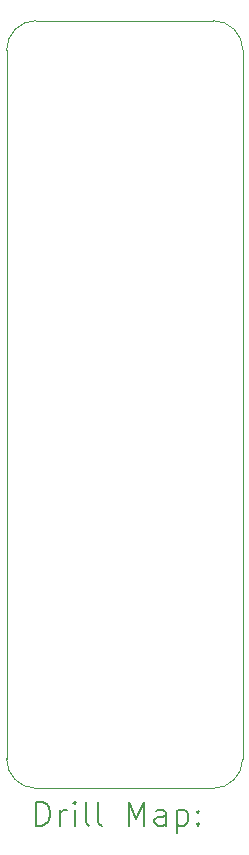
<source format=gbr>
%TF.GenerationSoftware,KiCad,Pcbnew,6.0.9+dfsg-1~bpo11+1*%
%TF.CreationDate,2022-12-01T10:00:25+01:00*%
%TF.ProjectId,019-tayloe-quadrature-product-detector,3031392d-7461-4796-9c6f-652d71756164,1*%
%TF.SameCoordinates,Original*%
%TF.FileFunction,Drillmap*%
%TF.FilePolarity,Positive*%
%FSLAX45Y45*%
G04 Gerber Fmt 4.5, Leading zero omitted, Abs format (unit mm)*
G04 Created by KiCad (PCBNEW 6.0.9+dfsg-1~bpo11+1) date 2022-12-01 10:00:25*
%MOMM*%
%LPD*%
G01*
G04 APERTURE LIST*
%ADD10C,0.100000*%
%ADD11C,0.200000*%
G04 APERTURE END LIST*
D10*
X15250000Y-3000000D02*
G75*
G03*
X15000000Y-3250000I0J-250000D01*
G01*
X15250000Y-3000000D02*
X16750000Y-3000000D01*
X17000000Y-3250000D02*
G75*
G03*
X16750000Y-3000000I-250000J0D01*
G01*
X15000000Y-9250000D02*
X15000000Y-3250000D01*
X15000000Y-9250000D02*
G75*
G03*
X15250000Y-9500000I250000J0D01*
G01*
X17000000Y-3250000D02*
X17000000Y-9250000D01*
X16750000Y-9500000D02*
G75*
G03*
X17000000Y-9250000I0J250000D01*
G01*
X16750000Y-9500000D02*
X15250000Y-9500000D01*
D11*
X15252619Y-9815476D02*
X15252619Y-9615476D01*
X15300238Y-9615476D01*
X15328809Y-9625000D01*
X15347857Y-9644048D01*
X15357381Y-9663095D01*
X15366905Y-9701190D01*
X15366905Y-9729762D01*
X15357381Y-9767857D01*
X15347857Y-9786905D01*
X15328809Y-9805952D01*
X15300238Y-9815476D01*
X15252619Y-9815476D01*
X15452619Y-9815476D02*
X15452619Y-9682143D01*
X15452619Y-9720238D02*
X15462143Y-9701190D01*
X15471667Y-9691667D01*
X15490714Y-9682143D01*
X15509762Y-9682143D01*
X15576428Y-9815476D02*
X15576428Y-9682143D01*
X15576428Y-9615476D02*
X15566905Y-9625000D01*
X15576428Y-9634524D01*
X15585952Y-9625000D01*
X15576428Y-9615476D01*
X15576428Y-9634524D01*
X15700238Y-9815476D02*
X15681190Y-9805952D01*
X15671667Y-9786905D01*
X15671667Y-9615476D01*
X15805000Y-9815476D02*
X15785952Y-9805952D01*
X15776428Y-9786905D01*
X15776428Y-9615476D01*
X16033571Y-9815476D02*
X16033571Y-9615476D01*
X16100238Y-9758333D01*
X16166905Y-9615476D01*
X16166905Y-9815476D01*
X16347857Y-9815476D02*
X16347857Y-9710714D01*
X16338333Y-9691667D01*
X16319286Y-9682143D01*
X16281190Y-9682143D01*
X16262143Y-9691667D01*
X16347857Y-9805952D02*
X16328809Y-9815476D01*
X16281190Y-9815476D01*
X16262143Y-9805952D01*
X16252619Y-9786905D01*
X16252619Y-9767857D01*
X16262143Y-9748810D01*
X16281190Y-9739286D01*
X16328809Y-9739286D01*
X16347857Y-9729762D01*
X16443095Y-9682143D02*
X16443095Y-9882143D01*
X16443095Y-9691667D02*
X16462143Y-9682143D01*
X16500238Y-9682143D01*
X16519286Y-9691667D01*
X16528809Y-9701190D01*
X16538333Y-9720238D01*
X16538333Y-9777381D01*
X16528809Y-9796429D01*
X16519286Y-9805952D01*
X16500238Y-9815476D01*
X16462143Y-9815476D01*
X16443095Y-9805952D01*
X16624048Y-9796429D02*
X16633571Y-9805952D01*
X16624048Y-9815476D01*
X16614524Y-9805952D01*
X16624048Y-9796429D01*
X16624048Y-9815476D01*
X16624048Y-9691667D02*
X16633571Y-9701190D01*
X16624048Y-9710714D01*
X16614524Y-9701190D01*
X16624048Y-9691667D01*
X16624048Y-9710714D01*
M02*

</source>
